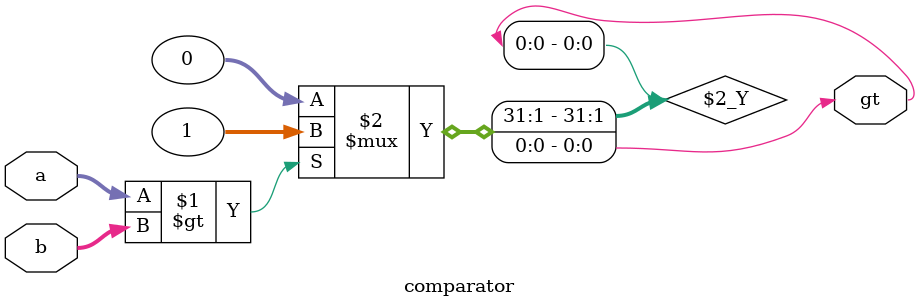
<source format=v>
`timescale 1ns / 1ps


module comparator(
    input wire [3:0] a, b,
    output wire gt
    );
    
    assign gt = (a > b) ? 1 : 0;
endmodule

</source>
